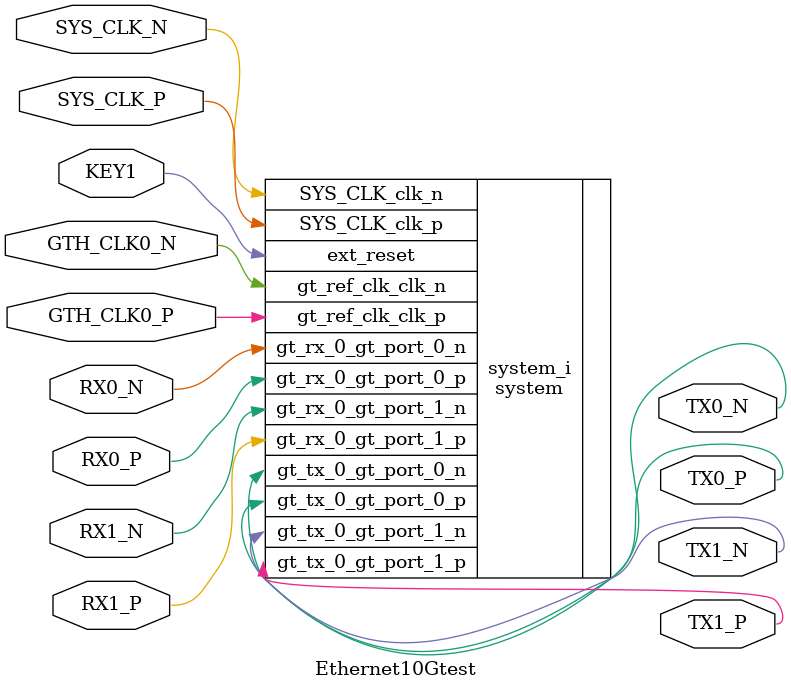
<source format=v>
/*

Copyright (c) 2025 Marcin Zaremba

Permission is hereby granted, free of charge, to any person obtaining a copy
of this software and associated documentation files (the "Software"), to deal
in the Software without restriction, including without limitation the rights
to use, copy, modify, merge, publish, distribute, sublicense, and/or sell
copies of the Software, and to permit persons to whom the Software is
furnished to do so, subject to the following conditions:

The above copyright notice and this permission notice shall be included in
all copies or substantial portions of the Software.

THE SOFTWARE IS PROVIDED "AS IS", WITHOUT WARRANTY OF ANY KIND, EXPRESS OR
IMPLIED, INCLUDING BUT NOT LIMITED TO THE WARRANTIES OF MERCHANTABILITY
FITNESS FOR A PARTICULAR PURPOSE AND NONINFRINGEMENT. IN NO EVENT SHALL THE
AUTHORS OR COPYRIGHT HOLDERS BE LIABLE FOR ANY CLAIM, DAMAGES OR OTHER
LIABILITY, WHETHER IN AN ACTION OF CONTRACT, TORT OR OTHERWISE, ARISING FROM,
OUT OF OR IN CONNECTION WITH THE SOFTWARE OR THE USE OR OTHER DEALINGS IN
THE SOFTWARE.

*/

// Language: Verilog 2001

`timescale 1 ps / 1 ps

module Ethernet10Gtest
(
    input       SYS_CLK_N,
    input       SYS_CLK_P,
    input       GTH_CLK0_N,
    input       GTH_CLK0_P,
    
    input       KEY1,
    
    input       RX0_N,
    input       RX0_P,
    output      TX0_N,
    output      TX0_P,
    
    input       RX1_N,
    input       RX1_P,
    output      TX1_N,
    output      TX1_P
);

system system_i
(
    .SYS_CLK_clk_n(SYS_CLK_N),
    .SYS_CLK_clk_p(SYS_CLK_P),
    .ext_reset(KEY1),

    .gt_ref_clk_clk_n(GTH_CLK0_N),
    .gt_ref_clk_clk_p(GTH_CLK0_P),
    .gt_rx_0_gt_port_0_n(RX0_N),
    .gt_rx_0_gt_port_0_p(RX0_P),
    .gt_tx_0_gt_port_0_n(TX0_N),
    .gt_tx_0_gt_port_0_p(TX0_P),
    .gt_rx_0_gt_port_1_n(RX1_N),
    .gt_rx_0_gt_port_1_p(RX1_P),
    .gt_tx_0_gt_port_1_n(TX1_N),
    .gt_tx_0_gt_port_1_p(TX1_P)
);

endmodule

</source>
